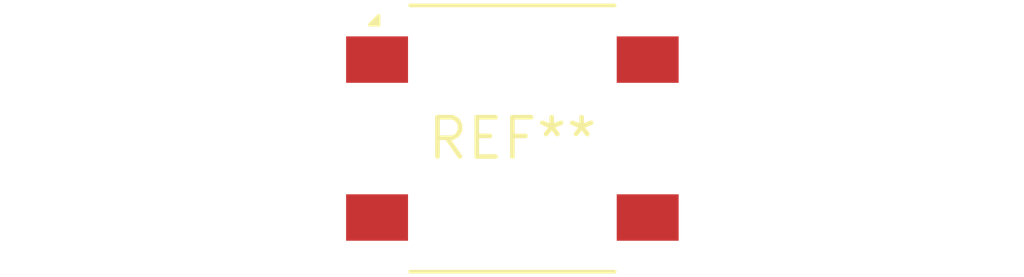
<source format=kicad_pcb>
(kicad_pcb (version 20240108) (generator pcbnew)
  (layers (0 "F.Cu" signal) (31 "B.Cu" signal) (34 "B.Paste" user) (35 "F.Paste" user) (36 "B.SilkS" user "B.Silkscreen") (37 "F.SilkS" user "F.Silkscreen") (38 "B.Mask" user) (39 "F.Mask" user) (44 "Edge.Cuts" user))
  (net 0 "")
  (footprint "Diode_Bridge_Diotec_SO-DIL-Slim" (layer "F.Cu") (at 0 0)
    (property "Reference" "REF**")
    (property "Value" "Diode_Bridge_Diotec_SO-DIL-Slim")
    (fp_line (start -3.3 -4.3) (end 3.3 -4.3) (layer "F.SilkS") (stroke (width 0.12)))
    (fp_line (start -3.3 4.3) (end 3.3 4.3) (layer "F.SilkS") (stroke (width 0.12)))
    (fp_poly (pts (xy -4.32 -3.68) (xy -4.6 -3.68) (xy -4.32 -3.96) (xy -4.32 -3.68)) (layer "F.SilkS") (stroke (width 0.12)) (fill solid))
    (pad "1" smd rect (at -4.37 -2.55) (size 2 1.5) (layers "F.Cu" "F.Paste" "F.Mask"))
    (pad "2" smd rect (at -4.37 2.55) (size 2 1.5) (layers "F.Cu" "F.Paste" "F.Mask"))
    (pad "3" smd rect (at 4.37 2.55) (size 2 1.5) (layers "F.Cu" "F.Paste" "F.Mask"))
    (pad "4" smd rect (at 4.37 -2.55) (size 2 1.5) (layers "F.Cu" "F.Paste" "F.Mask"))
  )
)
</source>
